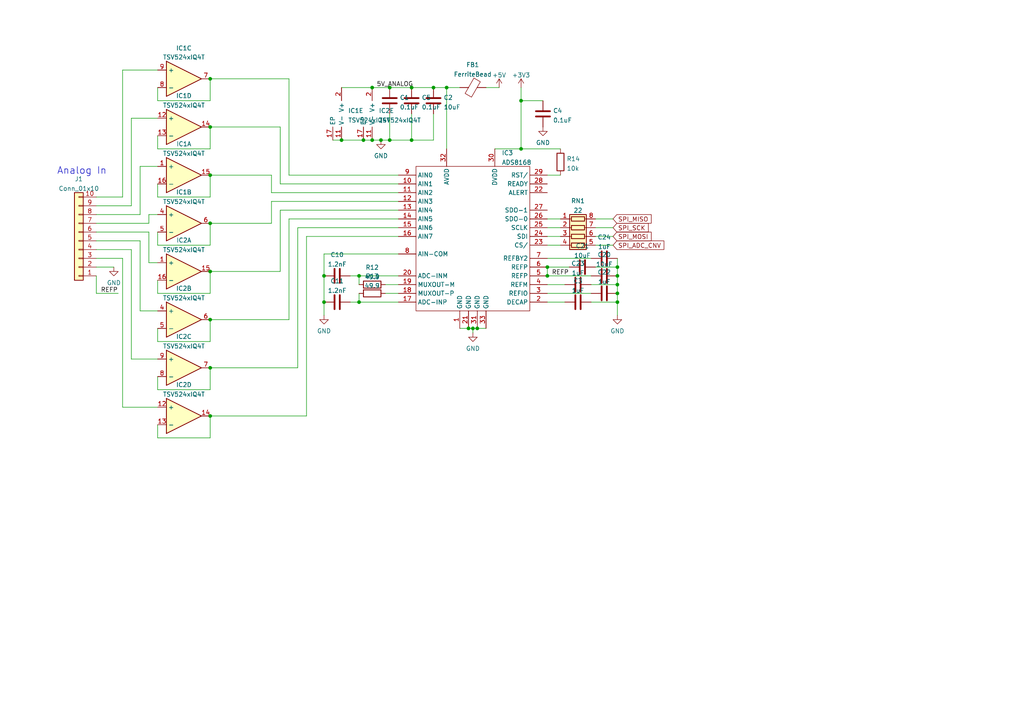
<source format=kicad_sch>
(kicad_sch (version 20211123) (generator eeschema)
  (paper "A4")
  (lib_symbols
    (symbol "Amplifier_Operational:TSV524xIQ4T"
      (property "Reference" "U" (at 2.54 5.08 0))
      (property "Value" "TSV524xIQ4T" (at 5.08 -5.08 0))
      (symbol "TSV524xIQ4T_1_1"
        (polyline (pts (xy -5.08 5.08) (xy 5.08 0) (xy -5.08 -5.08) (xy -5.08 5.08)) (stroke (width 0.254)) (fill (type background)))
        (pin input line (at -7.62 2.54 0) (length 2.54) (name "+") (number "1"))
        (pin output line (at 7.62 0 180) (length 2.54) (name "~") (number "15"))
        (pin input line (at -7.62 -2.54 0) (length 2.54) (name "-") (number "16"))
      )
      (symbol "TSV524xIQ4T_2_1"
        (polyline (pts (xy -5.08 5.08) (xy 5.08 0) (xy -5.08 -5.08) (xy -5.08 5.08)) (stroke (width 0.254)) (fill (type background)))
        (pin input line (at -7.62 2.54 0) (length 2.54) (name "+") (number "4"))
        (pin input line (at -7.62 -2.54 0) (length 2.54) (name "-") (number "5"))
        (pin output line (at 7.62 0 180) (length 2.54) (name "~") (number "6"))
      )
      (symbol "TSV524xIQ4T_3_1"
        (polyline (pts (xy -5.08 5.08) (xy 5.08 0) (xy -5.08 -5.08) (xy -5.08 5.08)) (stroke (width 0.254)) (fill (type background)))
        (pin output line (at 7.62 0 180) (length 2.54) (name "~") (number "7"))
        (pin input line (at -7.62 -2.54 0) (length 2.54) (name "-") (number "8"))
        (pin input line (at -7.62 2.54 0) (length 2.54) (name "+") (number "9"))
      )
      (symbol "TSV524xIQ4T_4_1"
        (polyline (pts (xy -5.08 5.08) (xy 5.08 0) (xy -5.08 -5.08) (xy -5.08 5.08)) (stroke (width 0.254)) (fill (type background)))
        (pin input line (at -7.62 2.54 0) (length 2.54) (name "+") (number "12"))
        (pin input line (at -7.62 -2.54 0) (length 2.54) (name "-") (number "13"))
        (pin output line (at 7.62 0 180) (length 2.54) (name "~") (number "14"))
      )
      (symbol "TSV524xIQ4T_5_1"
        (pin no_connect line (at -2.54 0 0) (length 3.81) hide (name "NC") (number "10"))
        (pin power_in line (at 0 -7.62 90) (length 3.81) (name "V-") (number "11"))
        (pin passive line (at -2.54 -7.62 90) (length 3.81) (name "EP") (number "17"))
        (pin power_in line (at 0 7.62 270) (length 3.81) (name "V+") (number "2"))
        (pin no_connect line (at -2.54 2.54 0) (length 3.81) hide (name "NC") (number "3"))
      )
    )
    (symbol "Bela:ADS8168"
      (property "Reference" "IC" (at -5.08 -7.62 0))
      (property "Value" "ADS8168" (at 11.43 -7.62 0))
      (symbol "ADS8168_0_1"
        (rectangle (start -17.78 -8.89) (end 15.24 -50.8) (stroke (width 0.1524)))
      )
      (symbol "ADS8168_1_1"
        (pin power_in line (at -5.08 -55.88 90) (length 5.08) (name "GND") (number "1"))
        (pin input line (at -22.86 -13.97 0) (length 5.08) (name "AIN1") (number "10"))
        (pin input line (at -22.86 -16.51 0) (length 5.08) (name "AIN2") (number "11"))
        (pin input line (at -22.86 -19.05 0) (length 5.08) (name "AIN3") (number "12"))
        (pin input line (at -22.86 -21.59 0) (length 5.08) (name "AIN4") (number "13"))
        (pin input line (at -22.86 -24.13 0) (length 5.08) (name "AIN5") (number "14"))
        (pin input line (at -22.86 -26.67 0) (length 5.08) (name "AIN6") (number "15"))
        (pin input line (at -22.86 -29.21 0) (length 5.08) (name "AIN7") (number "16"))
        (pin input line (at -22.86 -48.26 0) (length 5.08) (name "ADC-INP") (number "17"))
        (pin input line (at -22.86 -45.72 0) (length 5.08) (name "MUXOUT-P") (number "18"))
        (pin input line (at -22.86 -43.18 0) (length 5.08) (name "MUXOUT-M") (number "19"))
        (pin output line (at 20.32 -48.26 180) (length 5.08) (name "DECAP") (number "2"))
        (pin input line (at -22.86 -40.64 0) (length 5.08) (name "ADC-INM") (number "20"))
        (pin power_in line (at -2.54 -55.88 90) (length 5.08) (name "GND") (number "21"))
        (pin output line (at 20.32 -16.51 180) (length 5.08) (name "ALERT") (number "22"))
        (pin input line (at 20.32 -31.75 180) (length 5.08) (name "CS/") (number "23"))
        (pin input line (at 20.32 -29.21 180) (length 5.08) (name "SDI") (number "24"))
        (pin input line (at 20.32 -26.67 180) (length 5.08) (name "SCLK") (number "25"))
        (pin output line (at 20.32 -24.13 180) (length 5.08) (name "SDO-0") (number "26"))
        (pin output line (at 20.32 -21.59 180) (length 5.08) (name "SDO-1") (number "27"))
        (pin output line (at 20.32 -13.97 180) (length 5.08) (name "READY") (number "28"))
        (pin input line (at 20.32 -11.43 180) (length 5.08) (name "RST/") (number "29"))
        (pin output line (at 20.32 -45.72 180) (length 5.08) (name "REFIO") (number "3"))
        (pin power_in line (at 5.08 -3.81 270) (length 5.08) (name "DVDD") (number "30"))
        (pin power_in line (at 0 -55.88 90) (length 5.08) (name "GND") (number "31"))
        (pin power_in line (at -8.89 -3.81 270) (length 5.08) (name "AVDD") (number "32"))
        (pin power_in line (at 2.54 -55.88 90) (length 5.08) (name "GND") (number "33"))
        (pin output line (at 20.32 -43.18 180) (length 5.08) (name "REFM") (number "4"))
        (pin output line (at 20.32 -40.64 180) (length 5.08) (name "REFP") (number "5"))
        (pin output line (at 20.32 -38.1 180) (length 5.08) (name "REFP") (number "6"))
        (pin output line (at 20.32 -35.56 180) (length 5.08) (name "REFBY2") (number "7"))
        (pin input line (at -22.86 -34.29 0) (length 5.08) (name "AIN-COM") (number "8"))
        (pin input line (at -22.86 -11.43 0) (length 5.08) (name "AIN0") (number "9"))
      )
    )
    (symbol "Connector_Generic:Conn_01x10" (pin_names (offset 1.016) hide)
      (property "Reference" "J" (at 0 12.7 0))
      (property "Value" "Conn_01x10" (at 0 -15.24 0))
      (symbol "Conn_01x10_1_1"
        (rectangle (start -1.27 -12.573) (end 0 -12.827) (stroke (width 0.1524)))
        (rectangle (start -1.27 -10.033) (end 0 -10.287) (stroke (width 0.1524)))
        (rectangle (start -1.27 -7.493) (end 0 -7.747) (stroke (width 0.1524)))
        (rectangle (start -1.27 -4.953) (end 0 -5.207) (stroke (width 0.1524)))
        (rectangle (start -1.27 -2.413) (end 0 -2.667) (stroke (width 0.1524)))
        (rectangle (start -1.27 0.127) (end 0 -0.127) (stroke (width 0.1524)))
        (rectangle (start -1.27 2.667) (end 0 2.413) (stroke (width 0.1524)))
        (rectangle (start -1.27 5.207) (end 0 4.953) (stroke (width 0.1524)))
        (rectangle (start -1.27 7.747) (end 0 7.493) (stroke (width 0.1524)))
        (rectangle (start -1.27 10.287) (end 0 10.033) (stroke (width 0.1524)))
        (rectangle (start -1.27 11.43) (end 1.27 -13.97) (stroke (width 0.254)) (fill (type background)))
        (pin passive line (at -5.08 10.16 0) (length 3.81) (name "Pin_1") (number "1"))
        (pin passive line (at -5.08 -12.7 0) (length 3.81) (name "Pin_10") (number "10"))
        (pin passive line (at -5.08 7.62 0) (length 3.81) (name "Pin_2") (number "2"))
        (pin passive line (at -5.08 5.08 0) (length 3.81) (name "Pin_3") (number "3"))
        (pin passive line (at -5.08 2.54 0) (length 3.81) (name "Pin_4") (number "4"))
        (pin passive line (at -5.08 0 0) (length 3.81) (name "Pin_5") (number "5"))
        (pin passive line (at -5.08 -2.54 0) (length 3.81) (name "Pin_6") (number "6"))
        (pin passive line (at -5.08 -5.08 0) (length 3.81) (name "Pin_7") (number "7"))
        (pin passive line (at -5.08 -7.62 0) (length 3.81) (name "Pin_8") (number "8"))
        (pin passive line (at -5.08 -10.16 0) (length 3.81) (name "Pin_9") (number "9"))
      )
    )
    (symbol "Device:C" (pin_numbers hide) (pin_names (offset 0.254))
      (property "Reference" "C" (at 0.635 2.54 0))
      (property "Value" "C" (at 0.635 -2.54 0))
      (symbol "C_0_1"
        (polyline (pts (xy -2.032 -0.762) (xy 2.032 -0.762)) (stroke (width 0.508)))
        (polyline (pts (xy -2.032 0.762) (xy 2.032 0.762)) (stroke (width 0.508)))
      )
      (symbol "C_1_1"
        (pin passive line (at 0 3.81 270) (length 2.794) (name "~") (number "1"))
        (pin passive line (at 0 -3.81 90) (length 2.794) (name "~") (number "2"))
      )
    )
    (symbol "Device:FerriteBead" (pin_numbers hide) (pin_names (offset 0))
      (property "Reference" "FB" (at -3.81 0.635 90))
      (property "Value" "FerriteBead" (at 3.81 0 90))
      (symbol "FerriteBead_0_1"
        (polyline (pts (xy 0 -1.27) (xy 0 -1.2192)))
        (polyline (pts (xy 0 1.27) (xy 0 1.2954)))
        (polyline (pts (xy -2.7686 0.4064) (xy -1.7018 2.2606) (xy 2.7686 -0.3048) (xy 1.6764 -2.159) (xy -2.7686 0.4064)))
      )
      (symbol "FerriteBead_1_1"
        (pin passive line (at 0 3.81 270) (length 2.54) (name "~") (number "1"))
        (pin passive line (at 0 -3.81 90) (length 2.54) (name "~") (number "2"))
      )
    )
    (symbol "Device:R" (pin_numbers hide) (pin_names (offset 0))
      (property "Reference" "R" (at 2.032 0 90))
      (property "Value" "R" (at 0 0 90))
      (symbol "R_0_1"
        (rectangle (start -1.016 -2.54) (end 1.016 2.54) (stroke (width 0.254)))
      )
      (symbol "R_1_1"
        (pin passive line (at 0 3.81 270) (length 1.27) (name "~") (number "1"))
        (pin passive line (at 0 -3.81 90) (length 1.27) (name "~") (number "2"))
      )
    )
    (symbol "Device:R_Pack04" (pin_names (offset 0) hide)
      (property "Reference" "RN" (at -7.62 0 90))
      (property "Value" "R_Pack04" (at 5.08 0 90))
      (symbol "R_Pack04_0_1"
        (rectangle (start -6.35 -2.413) (end 3.81 2.413) (stroke (width 0.254)) (fill (type background)))
        (rectangle (start -5.715 1.905) (end -4.445 -1.905) (stroke (width 0.254)))
        (rectangle (start -3.175 1.905) (end -1.905 -1.905) (stroke (width 0.254)))
        (rectangle (start -0.635 1.905) (end 0.635 -1.905) (stroke (width 0.254)))
        (polyline (pts (xy -5.08 -2.54) (xy -5.08 -1.905)))
        (polyline (pts (xy -5.08 1.905) (xy -5.08 2.54)))
        (polyline (pts (xy -2.54 -2.54) (xy -2.54 -1.905)))
        (polyline (pts (xy -2.54 1.905) (xy -2.54 2.54)))
        (polyline (pts (xy 0 -2.54) (xy 0 -1.905)))
        (polyline (pts (xy 0 1.905) (xy 0 2.54)))
        (polyline (pts (xy 2.54 -2.54) (xy 2.54 -1.905)))
        (polyline (pts (xy 2.54 1.905) (xy 2.54 2.54)))
        (rectangle (start 1.905 1.905) (end 3.175 -1.905) (stroke (width 0.254)))
      )
      (symbol "R_Pack04_1_1"
        (pin passive line (at -5.08 -5.08 90) (length 2.54) (name "R1.1") (number "1"))
        (pin passive line (at -2.54 -5.08 90) (length 2.54) (name "R2.1") (number "2"))
        (pin passive line (at 0 -5.08 90) (length 2.54) (name "R3.1") (number "3"))
        (pin passive line (at 2.54 -5.08 90) (length 2.54) (name "R4.1") (number "4"))
        (pin passive line (at 2.54 5.08 270) (length 2.54) (name "R4.2") (number "5"))
        (pin passive line (at 0 5.08 270) (length 2.54) (name "R3.2") (number "6"))
        (pin passive line (at -2.54 5.08 270) (length 2.54) (name "R2.2") (number "7"))
        (pin passive line (at -5.08 5.08 270) (length 2.54) (name "R1.2") (number "8"))
      )
    )
    (symbol "power:+3V3" (power) (pin_names (offset 0))
      (property "Value" "+3V3" (at 0 3.556 0))
      (symbol "+3V3_0_1"
        (polyline (pts (xy -0.762 1.27) (xy 0 2.54)))
        (polyline (pts (xy 0 0) (xy 0 2.54)))
        (polyline (pts (xy 0 2.54) (xy 0.762 1.27)))
      )
      (symbol "+3V3_1_1"
        (pin power_in line (at 0 0 90) (length 0) hide (name "+3V3") (number "1"))
      )
    )
    (symbol "power:+5V" (power) (pin_names (offset 0))
      (property "Value" "+5V" (at 0 3.556 0))
      (symbol "+5V_0_1"
        (polyline (pts (xy -0.762 1.27) (xy 0 2.54)))
        (polyline (pts (xy 0 0) (xy 0 2.54)))
        (polyline (pts (xy 0 2.54) (xy 0.762 1.27)))
      )
      (symbol "+5V_1_1"
        (pin power_in line (at 0 0 90) (length 0) hide (name "+5V") (number "1"))
      )
    )
    (symbol "power:GND" (power) (pin_names (offset 0))
      (property "Value" "GND" (at 0 -3.81 0))
      (symbol "GND_0_1"
        (polyline (pts (xy 0 0) (xy 0 -1.27) (xy 1.27 -1.27) (xy 0 -2.54) (xy -1.27 -1.27) (xy 0 -1.27)))
      )
      (symbol "GND_1_1"
        (pin power_in line (at 0 0 270) (length 0) hide (name "GND") (number "1"))
      )
    )
  )
  (junction (at 138.43 95.25))
  (junction (at 158.75 77.47))
  (junction (at 104.14 87.63))
  (junction (at 99.06 40.64))
  (junction (at 60.96 106.68))
  (junction (at 105.41 40.64))
  (junction (at 135.89 95.25))
  (junction (at 179.07 87.63))
  (junction (at 60.96 50.8))
  (junction (at 119.38 25.4))
  (junction (at 60.96 120.65))
  (junction (at 179.07 77.47))
  (junction (at 93.98 80.01))
  (junction (at 179.07 82.55))
  (junction (at 107.95 25.4))
  (junction (at 158.75 80.01))
  (junction (at 151.13 29.21))
  (junction (at 60.96 64.77))
  (junction (at 151.13 43.18))
  (junction (at 60.96 78.74))
  (junction (at 107.95 40.64))
  (junction (at 110.49 40.64))
  (junction (at 125.73 25.4))
  (junction (at 119.38 40.64))
  (junction (at 137.16 95.25))
  (junction (at 179.07 85.09))
  (junction (at 60.96 22.86))
  (junction (at 60.96 92.71))
  (junction (at 179.07 80.01))
  (junction (at 129.54 25.4))
  (junction (at 113.03 40.64))
  (junction (at 113.03 25.4))
  (junction (at 60.96 36.83))
  (junction (at 93.98 87.63))
  (junction (at 104.14 80.01))
  (wire (pts (xy 27.94 57.15) (xy 35.56 57.15)))
  (wire (pts (xy 129.54 25.4) (xy 129.54 43.18)))
  (wire (pts (xy 83.82 63.5) (xy 83.82 92.71)))
  (wire (pts (xy 179.07 74.93) (xy 179.07 77.47)))
  (wire (pts (xy 60.96 43.18) (xy 60.96 36.83)))
  (wire (pts (xy 45.72 53.34) (xy 45.72 57.15)))
  (wire (pts (xy 78.74 58.42) (xy 78.74 64.77)))
  (wire (pts (xy 113.03 25.4) (xy 119.38 25.4)))
  (wire (pts (xy 179.07 82.55) (xy 179.07 80.01)))
  (wire (pts (xy 27.94 69.85) (xy 40.64 69.85)))
  (wire (pts (xy 60.96 78.74) (xy 81.28 78.74)))
  (wire (pts (xy 133.35 95.25) (xy 135.89 95.25)))
  (wire (pts (xy 60.96 29.21) (xy 60.96 22.86)))
  (wire (pts (xy 43.18 76.2) (xy 45.72 76.2)))
  (wire (pts (xy 45.72 118.11) (xy 35.56 118.11)))
  (wire (pts (xy 158.75 80.01) (xy 171.45 80.01)))
  (wire (pts (xy 45.72 39.37) (xy 45.72 43.18)))
  (wire (pts (xy 83.82 22.86) (xy 83.82 50.8)))
  (wire (pts (xy 107.95 40.64) (xy 110.49 40.64)))
  (wire (pts (xy 38.1 59.69) (xy 38.1 34.29)))
  (wire (pts (xy 27.94 85.09) (xy 34.29 85.09)))
  (wire (pts (xy 140.97 25.4) (xy 144.78 25.4)))
  (wire (pts (xy 111.76 82.55) (xy 115.57 82.55)))
  (wire (pts (xy 45.72 123.19) (xy 45.72 127)))
  (wire (pts (xy 93.98 73.66) (xy 93.98 80.01)))
  (wire (pts (xy 101.6 80.01) (xy 104.14 80.01)))
  (wire (pts (xy 40.64 69.85) (xy 40.64 90.17)))
  (wire (pts (xy 104.14 85.09) (xy 104.14 87.63)))
  (wire (pts (xy 81.28 60.96) (xy 115.57 60.96)))
  (wire (pts (xy 78.74 55.88) (xy 115.57 55.88)))
  (wire (pts (xy 45.72 29.21) (xy 60.96 29.21)))
  (wire (pts (xy 60.96 106.68) (xy 86.36 106.68)))
  (wire (pts (xy 43.18 62.23) (xy 45.72 62.23)))
  (wire (pts (xy 135.89 95.25) (xy 137.16 95.25)))
  (wire (pts (xy 40.64 48.26) (xy 45.72 48.26)))
  (wire (pts (xy 93.98 87.63) (xy 93.98 91.44)))
  (wire (pts (xy 99.06 25.4) (xy 107.95 25.4)))
  (wire (pts (xy 158.75 71.12) (xy 162.56 71.12)))
  (wire (pts (xy 35.56 118.11) (xy 35.56 74.93)))
  (wire (pts (xy 96.52 40.64) (xy 99.06 40.64)))
  (wire (pts (xy 27.94 72.39) (xy 38.1 72.39)))
  (wire (pts (xy 35.56 20.32) (xy 45.72 20.32)))
  (wire (pts (xy 125.73 25.4) (xy 129.54 25.4)))
  (wire (pts (xy 172.72 68.58) (xy 177.8 68.58)))
  (wire (pts (xy 93.98 80.01) (xy 93.98 87.63)))
  (wire (pts (xy 27.94 80.01) (xy 27.94 85.09)))
  (wire (pts (xy 38.1 104.14) (xy 45.72 104.14)))
  (wire (pts (xy 60.96 127) (xy 60.96 120.65)))
  (wire (pts (xy 158.75 74.93) (xy 171.45 74.93)))
  (wire (pts (xy 151.13 29.21) (xy 151.13 43.18)))
  (wire (pts (xy 81.28 78.74) (xy 81.28 60.96)))
  (wire (pts (xy 125.73 40.64) (xy 125.73 33.02)))
  (wire (pts (xy 158.75 50.8) (xy 162.56 50.8)))
  (wire (pts (xy 151.13 25.4) (xy 151.13 29.21)))
  (wire (pts (xy 105.41 40.64) (xy 107.95 40.64)))
  (wire (pts (xy 35.56 57.15) (xy 35.56 20.32)))
  (wire (pts (xy 158.75 85.09) (xy 171.45 85.09)))
  (wire (pts (xy 38.1 34.29) (xy 45.72 34.29)))
  (wire (pts (xy 119.38 25.4) (xy 125.73 25.4)))
  (wire (pts (xy 83.82 50.8) (xy 115.57 50.8)))
  (wire (pts (xy 171.45 82.55) (xy 179.07 82.55)))
  (wire (pts (xy 104.14 87.63) (xy 115.57 87.63)))
  (wire (pts (xy 137.16 95.25) (xy 138.43 95.25)))
  (wire (pts (xy 60.96 57.15) (xy 60.96 50.8)))
  (wire (pts (xy 40.64 62.23) (xy 40.64 48.26)))
  (wire (pts (xy 151.13 29.21) (xy 157.48 29.21)))
  (wire (pts (xy 179.07 87.63) (xy 179.07 91.44)))
  (wire (pts (xy 119.38 40.64) (xy 125.73 40.64)))
  (wire (pts (xy 45.72 43.18) (xy 60.96 43.18)))
  (wire (pts (xy 115.57 68.58) (xy 88.9 68.58)))
  (wire (pts (xy 129.54 25.4) (xy 133.35 25.4)))
  (wire (pts (xy 111.76 85.09) (xy 115.57 85.09)))
  (wire (pts (xy 172.72 77.47) (xy 179.07 77.47)))
  (wire (pts (xy 172.72 71.12) (xy 177.8 71.12)))
  (wire (pts (xy 43.18 64.77) (xy 43.18 62.23)))
  (wire (pts (xy 115.57 53.34) (xy 81.28 53.34)))
  (wire (pts (xy 86.36 66.04) (xy 115.57 66.04)))
  (wire (pts (xy 158.75 63.5) (xy 162.56 63.5)))
  (wire (pts (xy 86.36 106.68) (xy 86.36 66.04)))
  (wire (pts (xy 171.45 87.63) (xy 179.07 87.63)))
  (wire (pts (xy 107.95 25.4) (xy 113.03 25.4)))
  (wire (pts (xy 113.03 33.02) (xy 113.03 40.64)))
  (wire (pts (xy 27.94 67.31) (xy 43.18 67.31)))
  (wire (pts (xy 172.72 66.04) (xy 177.8 66.04)))
  (wire (pts (xy 27.94 62.23) (xy 40.64 62.23)))
  (wire (pts (xy 151.13 43.18) (xy 162.56 43.18)))
  (wire (pts (xy 60.96 99.06) (xy 60.96 92.71)))
  (wire (pts (xy 158.75 68.58) (xy 162.56 68.58)))
  (wire (pts (xy 45.72 57.15) (xy 60.96 57.15)))
  (wire (pts (xy 119.38 33.02) (xy 119.38 40.64)))
  (wire (pts (xy 60.96 22.86) (xy 83.82 22.86)))
  (wire (pts (xy 45.72 95.25) (xy 45.72 99.06)))
  (wire (pts (xy 45.72 113.03) (xy 60.96 113.03)))
  (wire (pts (xy 60.96 113.03) (xy 60.96 106.68)))
  (wire (pts (xy 45.72 109.22) (xy 45.72 113.03)))
  (wire (pts (xy 88.9 68.58) (xy 88.9 120.65)))
  (wire (pts (xy 115.57 63.5) (xy 83.82 63.5)))
  (wire (pts (xy 60.96 71.12) (xy 60.96 64.77)))
  (wire (pts (xy 115.57 58.42) (xy 78.74 58.42)))
  (wire (pts (xy 101.6 87.63) (xy 104.14 87.63)))
  (wire (pts (xy 45.72 25.4) (xy 45.72 29.21)))
  (wire (pts (xy 179.07 87.63) (xy 179.07 85.09)))
  (wire (pts (xy 99.06 40.64) (xy 105.41 40.64)))
  (wire (pts (xy 113.03 40.64) (xy 119.38 40.64)))
  (wire (pts (xy 45.72 71.12) (xy 60.96 71.12)))
  (wire (pts (xy 60.96 50.8) (xy 78.74 50.8)))
  (wire (pts (xy 143.51 43.18) (xy 151.13 43.18)))
  (wire (pts (xy 110.49 40.64) (xy 113.03 40.64)))
  (wire (pts (xy 43.18 67.31) (xy 43.18 76.2)))
  (wire (pts (xy 81.28 36.83) (xy 60.96 36.83)))
  (wire (pts (xy 45.72 99.06) (xy 60.96 99.06)))
  (wire (pts (xy 104.14 80.01) (xy 115.57 80.01)))
  (wire (pts (xy 83.82 92.71) (xy 60.96 92.71)))
  (wire (pts (xy 104.14 80.01) (xy 104.14 82.55)))
  (wire (pts (xy 158.75 66.04) (xy 162.56 66.04)))
  (wire (pts (xy 158.75 77.47) (xy 158.75 80.01)))
  (wire (pts (xy 88.9 120.65) (xy 60.96 120.65)))
  (wire (pts (xy 179.07 82.55) (xy 179.07 85.09)))
  (wire (pts (xy 35.56 74.93) (xy 27.94 74.93)))
  (wire (pts (xy 27.94 77.47) (xy 33.02 77.47)))
  (wire (pts (xy 60.96 85.09) (xy 60.96 78.74)))
  (wire (pts (xy 45.72 85.09) (xy 60.96 85.09)))
  (wire (pts (xy 81.28 53.34) (xy 81.28 36.83)))
  (wire (pts (xy 137.16 95.25) (xy 137.16 96.52)))
  (wire (pts (xy 27.94 64.77) (xy 43.18 64.77)))
  (wire (pts (xy 78.74 64.77) (xy 60.96 64.77)))
  (wire (pts (xy 78.74 50.8) (xy 78.74 55.88)))
  (wire (pts (xy 40.64 90.17) (xy 45.72 90.17)))
  (wire (pts (xy 172.72 63.5) (xy 177.8 63.5)))
  (wire (pts (xy 115.57 73.66) (xy 93.98 73.66)))
  (wire (pts (xy 38.1 72.39) (xy 38.1 104.14)))
  (wire (pts (xy 45.72 127) (xy 60.96 127)))
  (wire (pts (xy 27.94 59.69) (xy 38.1 59.69)))
  (wire (pts (xy 45.72 67.31) (xy 45.72 71.12)))
  (wire (pts (xy 45.72 81.28) (xy 45.72 85.09)))
  (wire (pts (xy 158.75 77.47) (xy 165.1 77.47)))
  (wire (pts (xy 138.43 95.25) (xy 140.97 95.25)))
  (wire (pts (xy 158.75 87.63) (xy 163.83 87.63)))
  (wire (pts (xy 179.07 77.47) (xy 179.07 80.01)))
  (wire (pts (xy 158.75 82.55) (xy 163.83 82.55)))
  (text "Analog In" (at 16.51 50.8 0) (effects (font (size 2 2)) (justify left bottom)))
  (label "REFP" (at 29.21 85.09 0))
  (label "REFP" (at 160.02 80.01 0))
  (label "5V_ANALOG" (at 109.22 25.4 0))
  (global_label "SPI_ADC_CNV" (shape input) (at 177.8 71.12 0) (property "Intersheet References" "${INTERSHEET_REFS}" (effects hide)))
  (global_label "SPI_MOSI" (shape input) (at 177.8 68.58 0) (property "Intersheet References" "${INTERSHEET_REFS}" (effects hide)))
  (global_label "SPI_SCK" (shape input) (at 177.8 66.04 0) (property "Intersheet References" "${INTERSHEET_REFS}" (effects hide)))
  (global_label "SPI_MISO" (shape input) (at 177.8 63.5 0) (property "Intersheet References" "${INTERSHEET_REFS}" (effects hide)))
  (symbol (lib_id "Device:C") (at 119.38 29.21 180) (unit 1)
    (property "Reference" "C5" (at 122.301 28.3015 0) (effects (justify right)))
    (property "Value" "0.1uF" (at 122.301 31.0766 0) (effects (justify right)))
    (property "Footprint" "Capacitor_SMD:C_0603_1608Metric" (effects hide))
  )
  (symbol (lib_id "Amplifier_Operational:TSV524xIQ4T") (at 53.34 22.86 0) (unit 3)
    (property "Reference" "IC1" (at 53.34 13.97 0))
    (property "Value" "TSV524xIQ4T" (at 53.34 16.5886 0))
    (property "Footprint" "Package_DFN_QFN:QFN-16-1EP_3x3mm_P0.5mm_EP1.7x1.7mm" (effects hide))
    (property "Datasheet" "https://www.st.com/resource/en/datasheet/tsv521.pdf" (effects hide))
  )
  (symbol (lib_id "Device:C") (at 113.03 29.21 180) (unit 1)
    (property "Reference" "C1" (at 115.951 28.3015 0) (effects (justify right)))
    (property "Value" "0.1uF" (at 115.951 31.0766 0) (effects (justify right)))
    (property "Footprint" "Capacitor_SMD:C_0603_1608Metric" (effects hide))
  )
  (symbol (lib_id "Device:C") (at 175.26 74.93 90) (unit 1)
    (property "Reference" "C24" (at 175.26 68.8045 90))
    (property "Value" "1uF" (at 175.26 71.5796 90))
    (property "Footprint" "Capacitor_SMD:C_0603_1608Metric" (effects hide))
  )
  (symbol (lib_id "Device:C") (at 157.48 33.02 180) (unit 1)
    (property "Reference" "C4" (at 160.401 32.1115 0) (effects (justify right)))
    (property "Value" "0.1uF" (at 160.401 34.8866 0) (effects (justify right)))
    (property "Footprint" "Capacitor_SMD:C_0603_1608Metric" (effects hide))
  )
  (symbol (lib_id "power:GND") (at 33.02 77.47 0) (unit 1)
    (property "Reference" "#PWR0101" (effects hide))
    (property "Value" "GND" (at 33.02 82.0325 0))
  )
  (symbol (lib_id "Device:C") (at 168.91 77.47 90) (unit 1)
    (property "Reference" "C21" (at 168.91 71.3445 90))
    (property "Value" "10uF" (at 168.91 74.1196 90))
    (property "Footprint" "Capacitor_SMD:C_0603_1608Metric" (effects hide))
  )
  (symbol (lib_id "Device:R") (at 107.95 85.09 90) (unit 1)
    (property "Reference" "R13" (at 107.95 80.1075 90))
    (property "Value" "49.9" (at 107.95 82.8826 90))
    (property "Footprint" "Resistor_SMD:R_0603_1608Metric" (effects hide))
  )
  (symbol (lib_id "Device:C") (at 167.64 87.63 90) (unit 1)
    (property "Reference" "C3" (at 167.64 81.5045 90))
    (property "Value" "1uF" (at 167.64 84.2796 90))
    (property "Footprint" "Capacitor_SMD:C_0603_1608Metric" (effects hide))
  )
  (symbol (lib_id "power:GND") (at 137.16 96.52 0) (unit 1)
    (property "Reference" "#PWR0107" (effects hide))
    (property "Value" "GND" (at 137.16 101.0825 0))
  )
  (symbol (lib_id "Connector_Generic:Conn_01x10") (at 22.86 69.85 180) (unit 1)
    (property "Reference" "J1" (at 22.86 51.9135 0))
    (property "Value" "Conn_01x10" (at 22.86 54.6886 0))
    (property "Footprint" "Connector_PinHeader_2.54mm:PinHeader_1x10_P2.54mm_Vertical" (effects hide))
  )
  (symbol (lib_id "Bela:ADS8168") (at 138.43 39.37 0) (unit 1)
    (property "Reference" "IC3" (at 145.5294 44.3443 0) (effects (justify left)))
    (property "Value" "ADS8168" (at 145.5294 47.1194 0) (effects (justify left)))
    (property "Footprint" "Package_DFN_QFN:VQFN-32-1EP_5x5mm_P0.5mm_EP3.5x3.5mm" (effects hide))
  )
  (symbol (lib_id "Device:R") (at 107.95 82.55 90) (unit 1)
    (property "Reference" "R12" (at 107.95 77.5675 90))
    (property "Value" "49.9" (at 107.95 80.3426 90))
    (property "Footprint" "Resistor_SMD:R_0603_1608Metric" (effects hide))
  )
  (symbol (lib_id "power:GND") (at 110.49 40.64 0) (unit 1)
    (property "Reference" "#PWR0108" (effects hide))
    (property "Value" "GND" (at 110.49 45.2025 0))
  )
  (symbol (lib_id "Device:FerriteBead") (at 137.16 25.4 90) (unit 1)
    (property "Reference" "FB1" (at 137.1092 18.7919 90))
    (property "Value" "FerriteBead" (at 137.1092 21.567 90))
    (property "Footprint" "Inductor_SMD:L_0603_1608Metric" (effects hide))
  )
  (symbol (lib_id "Device:C") (at 97.79 87.63 90) (unit 1)
    (property "Reference" "C11" (at 97.79 81.5045 90))
    (property "Value" "1.2nF" (at 97.79 84.2796 90))
    (property "Footprint" "Capacitor_SMD:C_0603_1608Metric" (effects hide))
  )
  (symbol (lib_id "Amplifier_Operational:TSV524xIQ4T") (at 99.06 33.02 0) (unit 5)
    (property "Reference" "IC1" (at 100.965 32.1115 0) (effects (justify left)))
    (property "Value" "TSV524xIQ4T" (at 100.965 34.8866 0) (effects (justify left)))
    (property "Footprint" "Package_DFN_QFN:QFN-16-1EP_3x3mm_P0.5mm_EP1.7x1.7mm" (effects hide))
    (property "Datasheet" "https://www.st.com/resource/en/datasheet/tsv521.pdf" (effects hide))
  )
  (symbol (lib_id "Amplifier_Operational:TSV524xIQ4T") (at 53.34 92.71 0) (unit 2)
    (property "Reference" "IC2" (at 53.34 83.6635 0))
    (property "Value" "TSV524xIQ4T" (at 53.34 86.4386 0))
    (property "Footprint" "Package_DFN_QFN:QFN-16-1EP_3x3mm_P0.5mm_EP1.7x1.7mm" (effects hide))
    (property "Datasheet" "https://www.st.com/resource/en/datasheet/tsv521.pdf" (effects hide))
  )
  (symbol (lib_id "Amplifier_Operational:TSV524xIQ4T") (at 107.95 33.02 0) (unit 5)
    (property "Reference" "IC2" (at 109.855 32.1115 0) (effects (justify left)))
    (property "Value" "TSV524xIQ4T" (at 109.855 34.8866 0) (effects (justify left)))
    (property "Footprint" "Package_DFN_QFN:QFN-16-1EP_3x3mm_P0.5mm_EP1.7x1.7mm" (effects hide))
    (property "Datasheet" "https://www.st.com/resource/en/datasheet/tsv521.pdf" (effects hide))
  )
  (symbol (lib_id "power:GND") (at 179.07 91.44 0) (unit 1)
    (property "Reference" "#PWR0106" (effects hide))
    (property "Value" "GND" (at 179.07 96.0025 0))
  )
  (symbol (lib_id "Amplifier_Operational:TSV524xIQ4T") (at 53.34 78.74 0) (unit 1)
    (property "Reference" "IC2" (at 53.34 69.6935 0))
    (property "Value" "TSV524xIQ4T" (at 53.34 72.4686 0))
    (property "Footprint" "Package_DFN_QFN:QFN-16-1EP_3x3mm_P0.5mm_EP1.7x1.7mm" (effects hide))
    (property "Datasheet" "https://www.st.com/resource/en/datasheet/tsv521.pdf" (effects hide))
  )
  (symbol (lib_id "power:+5V") (at 144.78 25.4 0) (unit 1)
    (property "Reference" "#PWR0102" (effects hide))
    (property "Value" "+5V" (at 144.78 21.7955 0))
  )
  (symbol (lib_id "Amplifier_Operational:TSV524xIQ4T") (at 53.34 50.8 0) (unit 1)
    (property "Reference" "IC1" (at 53.34 41.7535 0))
    (property "Value" "TSV524xIQ4T" (at 53.34 44.5286 0))
    (property "Footprint" "Package_DFN_QFN:QFN-16-1EP_3x3mm_P0.5mm_EP1.7x1.7mm" (effects hide))
    (property "Datasheet" "https://www.st.com/resource/en/datasheet/tsv521.pdf" (effects hide))
  )
  (symbol (lib_id "power:+3V3") (at 151.13 25.4 0) (unit 1)
    (property "Reference" "#PWR0103" (effects hide))
    (property "Value" "+3V3" (at 151.13 21.7955 0))
  )
  (symbol (lib_id "Device:C") (at 167.64 82.55 90) (unit 1)
    (property "Reference" "C23" (at 167.64 76.4245 90))
    (property "Value" "1uF" (at 167.64 79.1996 90))
    (property "Footprint" "Capacitor_SMD:C_0603_1608Metric" (effects hide))
  )
  (symbol (lib_id "Amplifier_Operational:TSV524xIQ4T") (at 53.34 120.65 0) (unit 4)
    (property "Reference" "IC2" (at 53.34 111.6035 0))
    (property "Value" "TSV524xIQ4T" (at 53.34 114.3786 0))
    (property "Footprint" "Package_DFN_QFN:QFN-16-1EP_3x3mm_P0.5mm_EP1.7x1.7mm" (effects hide))
    (property "Datasheet" "https://www.st.com/resource/en/datasheet/tsv521.pdf" (effects hide))
  )
  (symbol (lib_id "Device:C") (at 175.26 80.01 90) (unit 1)
    (property "Reference" "C20" (at 175.26 73.8845 90))
    (property "Value" "10uF" (at 175.26 76.6596 90))
    (property "Footprint" "Capacitor_SMD:C_0603_1608Metric" (effects hide))
  )
  (symbol (lib_id "Device:R_Pack04") (at 167.64 68.58 270) (unit 1)
    (property "Reference" "RN1" (at 167.64 58.2635 90))
    (property "Value" "22" (at 167.64 61.0386 90))
    (property "Footprint" "Resistor_SMD:R_Array_Concave_4x0603" (effects hide))
  )
  (symbol (lib_id "Amplifier_Operational:TSV524xIQ4T") (at 53.34 36.83 0) (unit 4)
    (property "Reference" "IC1" (at 53.34 27.7835 0))
    (property "Value" "TSV524xIQ4T" (at 53.34 30.5586 0))
    (property "Footprint" "Package_DFN_QFN:QFN-16-1EP_3x3mm_P0.5mm_EP1.7x1.7mm" (effects hide))
    (property "Datasheet" "https://www.st.com/resource/en/datasheet/tsv521.pdf" (effects hide))
  )
  (symbol (lib_id "power:GND") (at 157.48 36.83 0) (unit 1)
    (property "Reference" "#PWR0104" (effects hide))
    (property "Value" "GND" (at 157.48 41.3925 0))
  )
  (symbol (lib_id "Device:C") (at 97.79 80.01 90) (unit 1)
    (property "Reference" "C10" (at 97.79 73.8845 90))
    (property "Value" "1.2nF" (at 97.79 76.6596 90))
    (property "Footprint" "Capacitor_SMD:C_0603_1608Metric" (effects hide))
  )
  (symbol (lib_id "power:GND") (at 93.98 91.44 0) (unit 1)
    (property "Reference" "#PWR0105" (effects hide))
    (property "Value" "GND" (at 93.98 96.0025 0))
  )
  (symbol (lib_id "Amplifier_Operational:TSV524xIQ4T") (at 53.34 106.68 0) (unit 3)
    (property "Reference" "IC2" (at 53.34 97.6335 0))
    (property "Value" "TSV524xIQ4T" (at 53.34 100.4086 0))
    (property "Footprint" "Package_DFN_QFN:QFN-16-1EP_3x3mm_P0.5mm_EP1.7x1.7mm" (effects hide))
    (property "Datasheet" "https://www.st.com/resource/en/datasheet/tsv521.pdf" (effects hide))
  )
  (symbol (lib_id "Amplifier_Operational:TSV524xIQ4T") (at 53.34 64.77 0) (unit 2)
    (property "Reference" "IC1" (at 53.34 55.7235 0))
    (property "Value" "TSV524xIQ4T" (at 53.34 58.4986 0))
    (property "Footprint" "Package_DFN_QFN:QFN-16-1EP_3x3mm_P0.5mm_EP1.7x1.7mm" (effects hide))
    (property "Datasheet" "https://www.st.com/resource/en/datasheet/tsv521.pdf" (effects hide))
  )
  (symbol (lib_id "Device:C") (at 175.26 85.09 90) (unit 1)
    (property "Reference" "C22" (at 175.26 78.9645 90))
    (property "Value" "1uF" (at 175.26 81.7396 90))
    (property "Footprint" "Capacitor_SMD:C_0603_1608Metric" (effects hide))
  )
  (symbol (lib_id "Device:C") (at 125.73 29.21 180) (unit 1)
    (property "Reference" "C2" (at 128.651 28.3015 0) (effects (justify right)))
    (property "Value" "10uF" (at 128.651 31.0766 0) (effects (justify right)))
    (property "Footprint" "Capacitor_SMD:C_0603_1608Metric" (effects hide))
  )
  (symbol (lib_id "Device:R") (at 162.56 46.99 180) (unit 1)
    (property "Reference" "R14" (at 164.338 46.0815 0) (effects (justify right)))
    (property "Value" "10k" (at 164.338 48.8566 0) (effects (justify right)))
    (property "Footprint" "Resistor_SMD:R_0603_1608Metric" (effects hide))
  )
)
</source>
